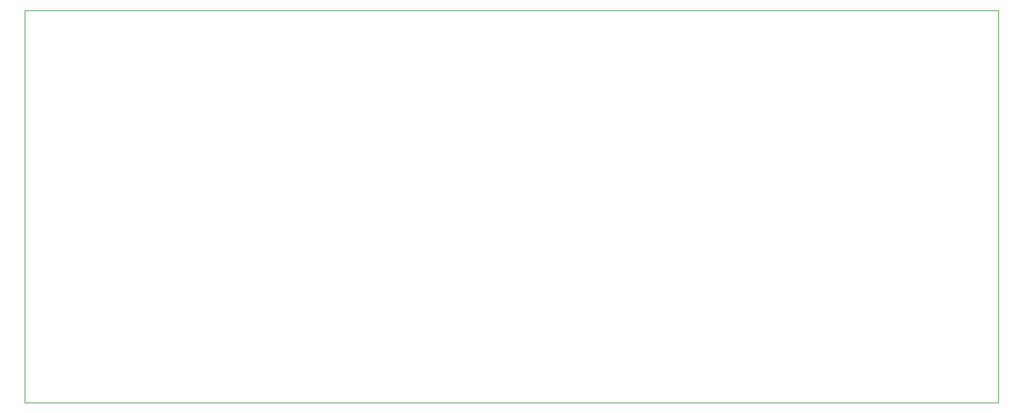
<source format=gbr>
%TF.GenerationSoftware,KiCad,Pcbnew,8.0.0-1.fc39*%
%TF.CreationDate,2024-03-15T22:49:02+01:00*%
%TF.ProjectId,pulsarPCB,70756c73-6172-4504-9342-2e6b69636164,rev?*%
%TF.SameCoordinates,Original*%
%TF.FileFunction,Profile,NP*%
%FSLAX46Y46*%
G04 Gerber Fmt 4.6, Leading zero omitted, Abs format (unit mm)*
G04 Created by KiCad (PCBNEW 8.0.0-1.fc39) date 2024-03-15 22:49:02*
%MOMM*%
%LPD*%
G01*
G04 APERTURE LIST*
%TA.AperFunction,Profile*%
%ADD10C,0.100000*%
%TD*%
G04 APERTURE END LIST*
D10*
X141000000Y-16800000D02*
X268000000Y-16800000D01*
X268000000Y-68000000D01*
X141000000Y-68000000D01*
X141000000Y-16800000D01*
M02*

</source>
